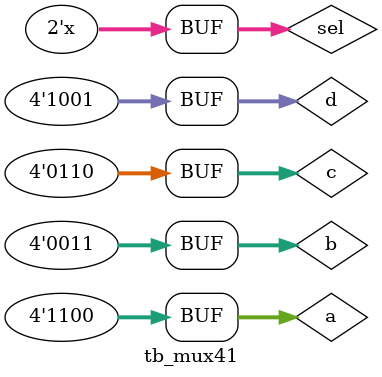
<source format=v>
module tb_mux41;
    reg     [3:0] a, b, c, d;
    reg     [1:0] sel;
    wire    [3:0] y;

    mux41_if U0(sel, a, b, c, d, y);

    initial begin
        a   = 4'b0001; b = 4'b0010;
        c   = 4'b0100; d = 4'b1000;
    #80 a   = 4'b1100; b = 4'b0011;
        c   = 4'b0110; d = 4'b1001;
    end

    initial sel = 2'b00;
    always #20 sel = sel + 1;
endmodule
</source>
